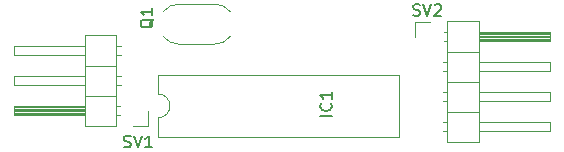
<source format=gbr>
%TF.GenerationSoftware,KiCad,Pcbnew,7.0.6*%
%TF.CreationDate,2023-11-12T17:11:07+05:00*%
%TF.ProjectId,FSKmodem,46534b6d-6f64-4656-9d2e-6b696361645f,rev?*%
%TF.SameCoordinates,Original*%
%TF.FileFunction,Legend,Top*%
%TF.FilePolarity,Positive*%
%FSLAX46Y46*%
G04 Gerber Fmt 4.6, Leading zero omitted, Abs format (unit mm)*
G04 Created by KiCad (PCBNEW 7.0.6) date 2023-11-12 17:11:07*
%MOMM*%
%LPD*%
G01*
G04 APERTURE LIST*
%ADD10C,0.150000*%
%ADD11C,0.120000*%
G04 APERTURE END LIST*
D10*
X127521383Y-65459749D02*
X127664240Y-65507368D01*
X127664240Y-65507368D02*
X127902335Y-65507368D01*
X127902335Y-65507368D02*
X127997573Y-65459749D01*
X127997573Y-65459749D02*
X128045192Y-65412129D01*
X128045192Y-65412129D02*
X128092811Y-65316891D01*
X128092811Y-65316891D02*
X128092811Y-65221653D01*
X128092811Y-65221653D02*
X128045192Y-65126415D01*
X128045192Y-65126415D02*
X127997573Y-65078796D01*
X127997573Y-65078796D02*
X127902335Y-65031177D01*
X127902335Y-65031177D02*
X127711859Y-64983558D01*
X127711859Y-64983558D02*
X127616621Y-64935939D01*
X127616621Y-64935939D02*
X127569002Y-64888320D01*
X127569002Y-64888320D02*
X127521383Y-64793082D01*
X127521383Y-64793082D02*
X127521383Y-64697844D01*
X127521383Y-64697844D02*
X127569002Y-64602606D01*
X127569002Y-64602606D02*
X127616621Y-64554987D01*
X127616621Y-64554987D02*
X127711859Y-64507368D01*
X127711859Y-64507368D02*
X127949954Y-64507368D01*
X127949954Y-64507368D02*
X128092811Y-64554987D01*
X128378526Y-64507368D02*
X128711859Y-65507368D01*
X128711859Y-65507368D02*
X129045192Y-64507368D01*
X129330907Y-64602606D02*
X129378526Y-64554987D01*
X129378526Y-64554987D02*
X129473764Y-64507368D01*
X129473764Y-64507368D02*
X129711859Y-64507368D01*
X129711859Y-64507368D02*
X129807097Y-64554987D01*
X129807097Y-64554987D02*
X129854716Y-64602606D01*
X129854716Y-64602606D02*
X129902335Y-64697844D01*
X129902335Y-64697844D02*
X129902335Y-64793082D01*
X129902335Y-64793082D02*
X129854716Y-64935939D01*
X129854716Y-64935939D02*
X129283288Y-65507368D01*
X129283288Y-65507368D02*
X129902335Y-65507368D01*
X120623511Y-73964820D02*
X119623511Y-73964820D01*
X120528272Y-72917202D02*
X120575892Y-72964821D01*
X120575892Y-72964821D02*
X120623511Y-73107678D01*
X120623511Y-73107678D02*
X120623511Y-73202916D01*
X120623511Y-73202916D02*
X120575892Y-73345773D01*
X120575892Y-73345773D02*
X120480653Y-73441011D01*
X120480653Y-73441011D02*
X120385415Y-73488630D01*
X120385415Y-73488630D02*
X120194939Y-73536249D01*
X120194939Y-73536249D02*
X120052082Y-73536249D01*
X120052082Y-73536249D02*
X119861606Y-73488630D01*
X119861606Y-73488630D02*
X119766368Y-73441011D01*
X119766368Y-73441011D02*
X119671130Y-73345773D01*
X119671130Y-73345773D02*
X119623511Y-73202916D01*
X119623511Y-73202916D02*
X119623511Y-73107678D01*
X119623511Y-73107678D02*
X119671130Y-72964821D01*
X119671130Y-72964821D02*
X119718749Y-72917202D01*
X120623511Y-71964821D02*
X120623511Y-72536249D01*
X120623511Y-72250535D02*
X119623511Y-72250535D01*
X119623511Y-72250535D02*
X119766368Y-72345773D01*
X119766368Y-72345773D02*
X119861606Y-72441011D01*
X119861606Y-72441011D02*
X119909225Y-72536249D01*
X103020699Y-76607200D02*
X103163556Y-76654819D01*
X103163556Y-76654819D02*
X103401651Y-76654819D01*
X103401651Y-76654819D02*
X103496889Y-76607200D01*
X103496889Y-76607200D02*
X103544508Y-76559580D01*
X103544508Y-76559580D02*
X103592127Y-76464342D01*
X103592127Y-76464342D02*
X103592127Y-76369104D01*
X103592127Y-76369104D02*
X103544508Y-76273866D01*
X103544508Y-76273866D02*
X103496889Y-76226247D01*
X103496889Y-76226247D02*
X103401651Y-76178628D01*
X103401651Y-76178628D02*
X103211175Y-76131009D01*
X103211175Y-76131009D02*
X103115937Y-76083390D01*
X103115937Y-76083390D02*
X103068318Y-76035771D01*
X103068318Y-76035771D02*
X103020699Y-75940533D01*
X103020699Y-75940533D02*
X103020699Y-75845295D01*
X103020699Y-75845295D02*
X103068318Y-75750057D01*
X103068318Y-75750057D02*
X103115937Y-75702438D01*
X103115937Y-75702438D02*
X103211175Y-75654819D01*
X103211175Y-75654819D02*
X103449270Y-75654819D01*
X103449270Y-75654819D02*
X103592127Y-75702438D01*
X103877842Y-75654819D02*
X104211175Y-76654819D01*
X104211175Y-76654819D02*
X104544508Y-75654819D01*
X105401651Y-76654819D02*
X104830223Y-76654819D01*
X105115937Y-76654819D02*
X105115937Y-75654819D01*
X105115937Y-75654819D02*
X105020699Y-75797676D01*
X105020699Y-75797676D02*
X104925461Y-75892914D01*
X104925461Y-75892914D02*
X104830223Y-75940533D01*
X105529160Y-65778893D02*
X105481541Y-65874131D01*
X105481541Y-65874131D02*
X105386303Y-65969369D01*
X105386303Y-65969369D02*
X105243445Y-66112226D01*
X105243445Y-66112226D02*
X105195826Y-66207464D01*
X105195826Y-66207464D02*
X105195826Y-66302702D01*
X105433922Y-66255083D02*
X105386303Y-66350321D01*
X105386303Y-66350321D02*
X105291064Y-66445559D01*
X105291064Y-66445559D02*
X105100588Y-66493178D01*
X105100588Y-66493178D02*
X104767255Y-66493178D01*
X104767255Y-66493178D02*
X104576779Y-66445559D01*
X104576779Y-66445559D02*
X104481541Y-66350321D01*
X104481541Y-66350321D02*
X104433922Y-66255083D01*
X104433922Y-66255083D02*
X104433922Y-66064607D01*
X104433922Y-66064607D02*
X104481541Y-65969369D01*
X104481541Y-65969369D02*
X104576779Y-65874131D01*
X104576779Y-65874131D02*
X104767255Y-65826512D01*
X104767255Y-65826512D02*
X105100588Y-65826512D01*
X105100588Y-65826512D02*
X105291064Y-65874131D01*
X105291064Y-65874131D02*
X105386303Y-65969369D01*
X105386303Y-65969369D02*
X105433922Y-66064607D01*
X105433922Y-66064607D02*
X105433922Y-66255083D01*
X105433922Y-64874131D02*
X105433922Y-65445559D01*
X105433922Y-65159845D02*
X104433922Y-65159845D01*
X104433922Y-65159845D02*
X104576779Y-65255083D01*
X104576779Y-65255083D02*
X104672017Y-65350321D01*
X104672017Y-65350321D02*
X104719636Y-65445559D01*
D11*
%TO.C,SV2*%
X127705000Y-66012500D02*
X128975000Y-66012500D01*
X127705000Y-67282500D02*
X127705000Y-66012500D01*
X130017929Y-69442500D02*
X130415000Y-69442500D01*
X130017929Y-70202500D02*
X130415000Y-70202500D01*
X130017929Y-71982500D02*
X130415000Y-71982500D01*
X130017929Y-72742500D02*
X130415000Y-72742500D01*
X130017929Y-74522500D02*
X130415000Y-74522500D01*
X130017929Y-75282500D02*
X130415000Y-75282500D01*
X130085000Y-66902500D02*
X130415000Y-66902500D01*
X130085000Y-67662500D02*
X130415000Y-67662500D01*
X130415000Y-65952500D02*
X130415000Y-76232500D01*
X130415000Y-68552500D02*
X133075000Y-68552500D01*
X130415000Y-71092500D02*
X133075000Y-71092500D01*
X130415000Y-73632500D02*
X133075000Y-73632500D01*
X130415000Y-76232500D02*
X133075000Y-76232500D01*
X133075000Y-65952500D02*
X130415000Y-65952500D01*
X133075000Y-66902500D02*
X139075000Y-66902500D01*
X133075000Y-66962500D02*
X139075000Y-66962500D01*
X133075000Y-67082500D02*
X139075000Y-67082500D01*
X133075000Y-67202500D02*
X139075000Y-67202500D01*
X133075000Y-67322500D02*
X139075000Y-67322500D01*
X133075000Y-67442500D02*
X139075000Y-67442500D01*
X133075000Y-67562500D02*
X139075000Y-67562500D01*
X133075000Y-69442500D02*
X139075000Y-69442500D01*
X133075000Y-71982500D02*
X139075000Y-71982500D01*
X133075000Y-74522500D02*
X139075000Y-74522500D01*
X133075000Y-76232500D02*
X133075000Y-65952500D01*
X139075000Y-66902500D02*
X139075000Y-67662500D01*
X139075000Y-67662500D02*
X133075000Y-67662500D01*
X139075000Y-69442500D02*
X139075000Y-70202500D01*
X139075000Y-70202500D02*
X133075000Y-70202500D01*
X139075000Y-71982500D02*
X139075000Y-72742500D01*
X139075000Y-72742500D02*
X133075000Y-72742500D01*
X139075000Y-74522500D02*
X139075000Y-75282500D01*
X139075000Y-75282500D02*
X133075000Y-75282500D01*
%TO.C,IC1*%
X105910900Y-75785800D02*
X126350900Y-75785800D01*
X126350900Y-75785800D02*
X126350900Y-70485800D01*
X105910900Y-74135800D02*
X105910900Y-75785800D01*
X105910900Y-70485800D02*
X105910900Y-72135800D01*
X126350900Y-70485800D02*
X105910900Y-70485800D01*
X105910900Y-74135800D02*
G75*
G03*
X105910900Y-72135800I0J1000000D01*
G01*
%TO.C,SV1*%
X105095480Y-74798788D02*
X103825480Y-74798788D01*
X105095480Y-73528788D02*
X105095480Y-74798788D01*
X102782551Y-71368788D02*
X102385480Y-71368788D01*
X102782551Y-70608788D02*
X102385480Y-70608788D01*
X102782551Y-68828788D02*
X102385480Y-68828788D01*
X102782551Y-68068788D02*
X102385480Y-68068788D01*
X102715480Y-73908788D02*
X102385480Y-73908788D01*
X102715480Y-73148788D02*
X102385480Y-73148788D01*
X102385480Y-74858788D02*
X102385480Y-67118788D01*
X102385480Y-72258788D02*
X99725480Y-72258788D01*
X102385480Y-69718788D02*
X99725480Y-69718788D01*
X102385480Y-67118788D02*
X99725480Y-67118788D01*
X99725480Y-74858788D02*
X102385480Y-74858788D01*
X99725480Y-73908788D02*
X93725480Y-73908788D01*
X99725480Y-73848788D02*
X93725480Y-73848788D01*
X99725480Y-73728788D02*
X93725480Y-73728788D01*
X99725480Y-73608788D02*
X93725480Y-73608788D01*
X99725480Y-73488788D02*
X93725480Y-73488788D01*
X99725480Y-73368788D02*
X93725480Y-73368788D01*
X99725480Y-73248788D02*
X93725480Y-73248788D01*
X99725480Y-71368788D02*
X93725480Y-71368788D01*
X99725480Y-68828788D02*
X93725480Y-68828788D01*
X99725480Y-67118788D02*
X99725480Y-74858788D01*
X93725480Y-73908788D02*
X93725480Y-73148788D01*
X93725480Y-73148788D02*
X99725480Y-73148788D01*
X93725480Y-71368788D02*
X93725480Y-70608788D01*
X93725480Y-70608788D02*
X99725480Y-70608788D01*
X93725480Y-68828788D02*
X93725480Y-68068788D01*
X93725480Y-68068788D02*
X99725480Y-68068788D01*
%TO.C,Q1*%
X110685600Y-67908500D02*
X107685600Y-67908500D01*
X110685600Y-64508500D02*
X107685600Y-64508500D01*
X110685600Y-67908500D02*
G75*
G03*
X112023390Y-67257461I2J1699996D01*
G01*
X112023390Y-65159539D02*
G75*
G03*
X110685600Y-64508500I-1337790J-1048961D01*
G01*
X106347810Y-67257461D02*
G75*
G03*
X107685600Y-67908500I1337790J1048961D01*
G01*
X107685600Y-64508500D02*
G75*
G03*
X106347810Y-65159539I0J-1700000D01*
G01*
%TD*%
M02*

</source>
